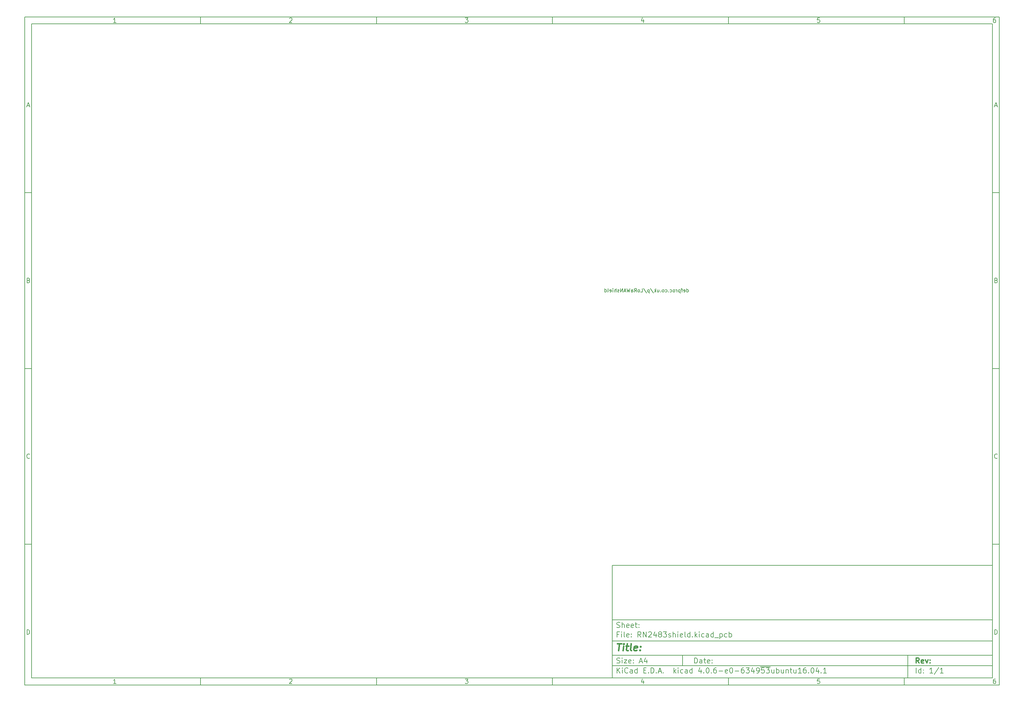
<source format=gbo>
%TF.GenerationSoftware,KiCad,Pcbnew,4.0.6-e0-6349~53~ubuntu16.04.1*%
%TF.CreationDate,2017-06-05T20:25:56+01:00*%
%TF.ProjectId,RN2483shield,524E32343833736869656C642E6B6963,rev?*%
%TF.FileFunction,Legend,Bot*%
%FSLAX46Y46*%
G04 Gerber Fmt 4.6, Leading zero omitted, Abs format (unit mm)*
G04 Created by KiCad (PCBNEW 4.0.6-e0-6349~53~ubuntu16.04.1) date Mon Jun  5 20:25:56 2017*
%MOMM*%
%LPD*%
G01*
G04 APERTURE LIST*
%ADD10C,0.100000*%
%ADD11C,0.150000*%
%ADD12C,0.300000*%
%ADD13C,0.400000*%
%ADD14C,0.200000*%
%ADD15R,2.150000X2.050000*%
%ADD16C,2.150000*%
%ADD17O,1.924000X2.940000*%
%ADD18C,3.575000*%
%ADD19C,1.400000*%
%ADD20R,5.480000X2.686000*%
%ADD21C,1.924000*%
G04 APERTURE END LIST*
D10*
D11*
X177002200Y-166007200D02*
X177002200Y-198007200D01*
X285002200Y-198007200D01*
X285002200Y-166007200D01*
X177002200Y-166007200D01*
D10*
D11*
X10000000Y-10000000D02*
X10000000Y-200007200D01*
X287002200Y-200007200D01*
X287002200Y-10000000D01*
X10000000Y-10000000D01*
D10*
D11*
X12000000Y-12000000D02*
X12000000Y-198007200D01*
X285002200Y-198007200D01*
X285002200Y-12000000D01*
X12000000Y-12000000D01*
D10*
D11*
X60000000Y-12000000D02*
X60000000Y-10000000D01*
D10*
D11*
X110000000Y-12000000D02*
X110000000Y-10000000D01*
D10*
D11*
X160000000Y-12000000D02*
X160000000Y-10000000D01*
D10*
D11*
X210000000Y-12000000D02*
X210000000Y-10000000D01*
D10*
D11*
X260000000Y-12000000D02*
X260000000Y-10000000D01*
D10*
D11*
X35990476Y-11588095D02*
X35247619Y-11588095D01*
X35619048Y-11588095D02*
X35619048Y-10288095D01*
X35495238Y-10473810D01*
X35371429Y-10597619D01*
X35247619Y-10659524D01*
D10*
D11*
X85247619Y-10411905D02*
X85309524Y-10350000D01*
X85433333Y-10288095D01*
X85742857Y-10288095D01*
X85866667Y-10350000D01*
X85928571Y-10411905D01*
X85990476Y-10535714D01*
X85990476Y-10659524D01*
X85928571Y-10845238D01*
X85185714Y-11588095D01*
X85990476Y-11588095D01*
D10*
D11*
X135185714Y-10288095D02*
X135990476Y-10288095D01*
X135557143Y-10783333D01*
X135742857Y-10783333D01*
X135866667Y-10845238D01*
X135928571Y-10907143D01*
X135990476Y-11030952D01*
X135990476Y-11340476D01*
X135928571Y-11464286D01*
X135866667Y-11526190D01*
X135742857Y-11588095D01*
X135371429Y-11588095D01*
X135247619Y-11526190D01*
X135185714Y-11464286D01*
D10*
D11*
X185866667Y-10721429D02*
X185866667Y-11588095D01*
X185557143Y-10226190D02*
X185247619Y-11154762D01*
X186052381Y-11154762D01*
D10*
D11*
X235928571Y-10288095D02*
X235309524Y-10288095D01*
X235247619Y-10907143D01*
X235309524Y-10845238D01*
X235433333Y-10783333D01*
X235742857Y-10783333D01*
X235866667Y-10845238D01*
X235928571Y-10907143D01*
X235990476Y-11030952D01*
X235990476Y-11340476D01*
X235928571Y-11464286D01*
X235866667Y-11526190D01*
X235742857Y-11588095D01*
X235433333Y-11588095D01*
X235309524Y-11526190D01*
X235247619Y-11464286D01*
D10*
D11*
X285866667Y-10288095D02*
X285619048Y-10288095D01*
X285495238Y-10350000D01*
X285433333Y-10411905D01*
X285309524Y-10597619D01*
X285247619Y-10845238D01*
X285247619Y-11340476D01*
X285309524Y-11464286D01*
X285371429Y-11526190D01*
X285495238Y-11588095D01*
X285742857Y-11588095D01*
X285866667Y-11526190D01*
X285928571Y-11464286D01*
X285990476Y-11340476D01*
X285990476Y-11030952D01*
X285928571Y-10907143D01*
X285866667Y-10845238D01*
X285742857Y-10783333D01*
X285495238Y-10783333D01*
X285371429Y-10845238D01*
X285309524Y-10907143D01*
X285247619Y-11030952D01*
D10*
D11*
X60000000Y-198007200D02*
X60000000Y-200007200D01*
D10*
D11*
X110000000Y-198007200D02*
X110000000Y-200007200D01*
D10*
D11*
X160000000Y-198007200D02*
X160000000Y-200007200D01*
D10*
D11*
X210000000Y-198007200D02*
X210000000Y-200007200D01*
D10*
D11*
X260000000Y-198007200D02*
X260000000Y-200007200D01*
D10*
D11*
X35990476Y-199595295D02*
X35247619Y-199595295D01*
X35619048Y-199595295D02*
X35619048Y-198295295D01*
X35495238Y-198481010D01*
X35371429Y-198604819D01*
X35247619Y-198666724D01*
D10*
D11*
X85247619Y-198419105D02*
X85309524Y-198357200D01*
X85433333Y-198295295D01*
X85742857Y-198295295D01*
X85866667Y-198357200D01*
X85928571Y-198419105D01*
X85990476Y-198542914D01*
X85990476Y-198666724D01*
X85928571Y-198852438D01*
X85185714Y-199595295D01*
X85990476Y-199595295D01*
D10*
D11*
X135185714Y-198295295D02*
X135990476Y-198295295D01*
X135557143Y-198790533D01*
X135742857Y-198790533D01*
X135866667Y-198852438D01*
X135928571Y-198914343D01*
X135990476Y-199038152D01*
X135990476Y-199347676D01*
X135928571Y-199471486D01*
X135866667Y-199533390D01*
X135742857Y-199595295D01*
X135371429Y-199595295D01*
X135247619Y-199533390D01*
X135185714Y-199471486D01*
D10*
D11*
X185866667Y-198728629D02*
X185866667Y-199595295D01*
X185557143Y-198233390D02*
X185247619Y-199161962D01*
X186052381Y-199161962D01*
D10*
D11*
X235928571Y-198295295D02*
X235309524Y-198295295D01*
X235247619Y-198914343D01*
X235309524Y-198852438D01*
X235433333Y-198790533D01*
X235742857Y-198790533D01*
X235866667Y-198852438D01*
X235928571Y-198914343D01*
X235990476Y-199038152D01*
X235990476Y-199347676D01*
X235928571Y-199471486D01*
X235866667Y-199533390D01*
X235742857Y-199595295D01*
X235433333Y-199595295D01*
X235309524Y-199533390D01*
X235247619Y-199471486D01*
D10*
D11*
X285866667Y-198295295D02*
X285619048Y-198295295D01*
X285495238Y-198357200D01*
X285433333Y-198419105D01*
X285309524Y-198604819D01*
X285247619Y-198852438D01*
X285247619Y-199347676D01*
X285309524Y-199471486D01*
X285371429Y-199533390D01*
X285495238Y-199595295D01*
X285742857Y-199595295D01*
X285866667Y-199533390D01*
X285928571Y-199471486D01*
X285990476Y-199347676D01*
X285990476Y-199038152D01*
X285928571Y-198914343D01*
X285866667Y-198852438D01*
X285742857Y-198790533D01*
X285495238Y-198790533D01*
X285371429Y-198852438D01*
X285309524Y-198914343D01*
X285247619Y-199038152D01*
D10*
D11*
X10000000Y-60000000D02*
X12000000Y-60000000D01*
D10*
D11*
X10000000Y-110000000D02*
X12000000Y-110000000D01*
D10*
D11*
X10000000Y-160000000D02*
X12000000Y-160000000D01*
D10*
D11*
X10690476Y-35216667D02*
X11309524Y-35216667D01*
X10566667Y-35588095D02*
X11000000Y-34288095D01*
X11433333Y-35588095D01*
D10*
D11*
X11092857Y-84907143D02*
X11278571Y-84969048D01*
X11340476Y-85030952D01*
X11402381Y-85154762D01*
X11402381Y-85340476D01*
X11340476Y-85464286D01*
X11278571Y-85526190D01*
X11154762Y-85588095D01*
X10659524Y-85588095D01*
X10659524Y-84288095D01*
X11092857Y-84288095D01*
X11216667Y-84350000D01*
X11278571Y-84411905D01*
X11340476Y-84535714D01*
X11340476Y-84659524D01*
X11278571Y-84783333D01*
X11216667Y-84845238D01*
X11092857Y-84907143D01*
X10659524Y-84907143D01*
D10*
D11*
X11402381Y-135464286D02*
X11340476Y-135526190D01*
X11154762Y-135588095D01*
X11030952Y-135588095D01*
X10845238Y-135526190D01*
X10721429Y-135402381D01*
X10659524Y-135278571D01*
X10597619Y-135030952D01*
X10597619Y-134845238D01*
X10659524Y-134597619D01*
X10721429Y-134473810D01*
X10845238Y-134350000D01*
X11030952Y-134288095D01*
X11154762Y-134288095D01*
X11340476Y-134350000D01*
X11402381Y-134411905D01*
D10*
D11*
X10659524Y-185588095D02*
X10659524Y-184288095D01*
X10969048Y-184288095D01*
X11154762Y-184350000D01*
X11278571Y-184473810D01*
X11340476Y-184597619D01*
X11402381Y-184845238D01*
X11402381Y-185030952D01*
X11340476Y-185278571D01*
X11278571Y-185402381D01*
X11154762Y-185526190D01*
X10969048Y-185588095D01*
X10659524Y-185588095D01*
D10*
D11*
X287002200Y-60000000D02*
X285002200Y-60000000D01*
D10*
D11*
X287002200Y-110000000D02*
X285002200Y-110000000D01*
D10*
D11*
X287002200Y-160000000D02*
X285002200Y-160000000D01*
D10*
D11*
X285692676Y-35216667D02*
X286311724Y-35216667D01*
X285568867Y-35588095D02*
X286002200Y-34288095D01*
X286435533Y-35588095D01*
D10*
D11*
X286095057Y-84907143D02*
X286280771Y-84969048D01*
X286342676Y-85030952D01*
X286404581Y-85154762D01*
X286404581Y-85340476D01*
X286342676Y-85464286D01*
X286280771Y-85526190D01*
X286156962Y-85588095D01*
X285661724Y-85588095D01*
X285661724Y-84288095D01*
X286095057Y-84288095D01*
X286218867Y-84350000D01*
X286280771Y-84411905D01*
X286342676Y-84535714D01*
X286342676Y-84659524D01*
X286280771Y-84783333D01*
X286218867Y-84845238D01*
X286095057Y-84907143D01*
X285661724Y-84907143D01*
D10*
D11*
X286404581Y-135464286D02*
X286342676Y-135526190D01*
X286156962Y-135588095D01*
X286033152Y-135588095D01*
X285847438Y-135526190D01*
X285723629Y-135402381D01*
X285661724Y-135278571D01*
X285599819Y-135030952D01*
X285599819Y-134845238D01*
X285661724Y-134597619D01*
X285723629Y-134473810D01*
X285847438Y-134350000D01*
X286033152Y-134288095D01*
X286156962Y-134288095D01*
X286342676Y-134350000D01*
X286404581Y-134411905D01*
D10*
D11*
X285661724Y-185588095D02*
X285661724Y-184288095D01*
X285971248Y-184288095D01*
X286156962Y-184350000D01*
X286280771Y-184473810D01*
X286342676Y-184597619D01*
X286404581Y-184845238D01*
X286404581Y-185030952D01*
X286342676Y-185278571D01*
X286280771Y-185402381D01*
X286156962Y-185526190D01*
X285971248Y-185588095D01*
X285661724Y-185588095D01*
D10*
D11*
X200359343Y-193785771D02*
X200359343Y-192285771D01*
X200716486Y-192285771D01*
X200930771Y-192357200D01*
X201073629Y-192500057D01*
X201145057Y-192642914D01*
X201216486Y-192928629D01*
X201216486Y-193142914D01*
X201145057Y-193428629D01*
X201073629Y-193571486D01*
X200930771Y-193714343D01*
X200716486Y-193785771D01*
X200359343Y-193785771D01*
X202502200Y-193785771D02*
X202502200Y-193000057D01*
X202430771Y-192857200D01*
X202287914Y-192785771D01*
X202002200Y-192785771D01*
X201859343Y-192857200D01*
X202502200Y-193714343D02*
X202359343Y-193785771D01*
X202002200Y-193785771D01*
X201859343Y-193714343D01*
X201787914Y-193571486D01*
X201787914Y-193428629D01*
X201859343Y-193285771D01*
X202002200Y-193214343D01*
X202359343Y-193214343D01*
X202502200Y-193142914D01*
X203002200Y-192785771D02*
X203573629Y-192785771D01*
X203216486Y-192285771D02*
X203216486Y-193571486D01*
X203287914Y-193714343D01*
X203430772Y-193785771D01*
X203573629Y-193785771D01*
X204645057Y-193714343D02*
X204502200Y-193785771D01*
X204216486Y-193785771D01*
X204073629Y-193714343D01*
X204002200Y-193571486D01*
X204002200Y-193000057D01*
X204073629Y-192857200D01*
X204216486Y-192785771D01*
X204502200Y-192785771D01*
X204645057Y-192857200D01*
X204716486Y-193000057D01*
X204716486Y-193142914D01*
X204002200Y-193285771D01*
X205359343Y-193642914D02*
X205430771Y-193714343D01*
X205359343Y-193785771D01*
X205287914Y-193714343D01*
X205359343Y-193642914D01*
X205359343Y-193785771D01*
X205359343Y-192857200D02*
X205430771Y-192928629D01*
X205359343Y-193000057D01*
X205287914Y-192928629D01*
X205359343Y-192857200D01*
X205359343Y-193000057D01*
D10*
D11*
X177002200Y-194507200D02*
X285002200Y-194507200D01*
D10*
D11*
X178359343Y-196585771D02*
X178359343Y-195085771D01*
X179216486Y-196585771D02*
X178573629Y-195728629D01*
X179216486Y-195085771D02*
X178359343Y-195942914D01*
X179859343Y-196585771D02*
X179859343Y-195585771D01*
X179859343Y-195085771D02*
X179787914Y-195157200D01*
X179859343Y-195228629D01*
X179930771Y-195157200D01*
X179859343Y-195085771D01*
X179859343Y-195228629D01*
X181430772Y-196442914D02*
X181359343Y-196514343D01*
X181145057Y-196585771D01*
X181002200Y-196585771D01*
X180787915Y-196514343D01*
X180645057Y-196371486D01*
X180573629Y-196228629D01*
X180502200Y-195942914D01*
X180502200Y-195728629D01*
X180573629Y-195442914D01*
X180645057Y-195300057D01*
X180787915Y-195157200D01*
X181002200Y-195085771D01*
X181145057Y-195085771D01*
X181359343Y-195157200D01*
X181430772Y-195228629D01*
X182716486Y-196585771D02*
X182716486Y-195800057D01*
X182645057Y-195657200D01*
X182502200Y-195585771D01*
X182216486Y-195585771D01*
X182073629Y-195657200D01*
X182716486Y-196514343D02*
X182573629Y-196585771D01*
X182216486Y-196585771D01*
X182073629Y-196514343D01*
X182002200Y-196371486D01*
X182002200Y-196228629D01*
X182073629Y-196085771D01*
X182216486Y-196014343D01*
X182573629Y-196014343D01*
X182716486Y-195942914D01*
X184073629Y-196585771D02*
X184073629Y-195085771D01*
X184073629Y-196514343D02*
X183930772Y-196585771D01*
X183645058Y-196585771D01*
X183502200Y-196514343D01*
X183430772Y-196442914D01*
X183359343Y-196300057D01*
X183359343Y-195871486D01*
X183430772Y-195728629D01*
X183502200Y-195657200D01*
X183645058Y-195585771D01*
X183930772Y-195585771D01*
X184073629Y-195657200D01*
X185930772Y-195800057D02*
X186430772Y-195800057D01*
X186645058Y-196585771D02*
X185930772Y-196585771D01*
X185930772Y-195085771D01*
X186645058Y-195085771D01*
X187287915Y-196442914D02*
X187359343Y-196514343D01*
X187287915Y-196585771D01*
X187216486Y-196514343D01*
X187287915Y-196442914D01*
X187287915Y-196585771D01*
X188002201Y-196585771D02*
X188002201Y-195085771D01*
X188359344Y-195085771D01*
X188573629Y-195157200D01*
X188716487Y-195300057D01*
X188787915Y-195442914D01*
X188859344Y-195728629D01*
X188859344Y-195942914D01*
X188787915Y-196228629D01*
X188716487Y-196371486D01*
X188573629Y-196514343D01*
X188359344Y-196585771D01*
X188002201Y-196585771D01*
X189502201Y-196442914D02*
X189573629Y-196514343D01*
X189502201Y-196585771D01*
X189430772Y-196514343D01*
X189502201Y-196442914D01*
X189502201Y-196585771D01*
X190145058Y-196157200D02*
X190859344Y-196157200D01*
X190002201Y-196585771D02*
X190502201Y-195085771D01*
X191002201Y-196585771D01*
X191502201Y-196442914D02*
X191573629Y-196514343D01*
X191502201Y-196585771D01*
X191430772Y-196514343D01*
X191502201Y-196442914D01*
X191502201Y-196585771D01*
X194502201Y-196585771D02*
X194502201Y-195085771D01*
X194645058Y-196014343D02*
X195073629Y-196585771D01*
X195073629Y-195585771D02*
X194502201Y-196157200D01*
X195716487Y-196585771D02*
X195716487Y-195585771D01*
X195716487Y-195085771D02*
X195645058Y-195157200D01*
X195716487Y-195228629D01*
X195787915Y-195157200D01*
X195716487Y-195085771D01*
X195716487Y-195228629D01*
X197073630Y-196514343D02*
X196930773Y-196585771D01*
X196645059Y-196585771D01*
X196502201Y-196514343D01*
X196430773Y-196442914D01*
X196359344Y-196300057D01*
X196359344Y-195871486D01*
X196430773Y-195728629D01*
X196502201Y-195657200D01*
X196645059Y-195585771D01*
X196930773Y-195585771D01*
X197073630Y-195657200D01*
X198359344Y-196585771D02*
X198359344Y-195800057D01*
X198287915Y-195657200D01*
X198145058Y-195585771D01*
X197859344Y-195585771D01*
X197716487Y-195657200D01*
X198359344Y-196514343D02*
X198216487Y-196585771D01*
X197859344Y-196585771D01*
X197716487Y-196514343D01*
X197645058Y-196371486D01*
X197645058Y-196228629D01*
X197716487Y-196085771D01*
X197859344Y-196014343D01*
X198216487Y-196014343D01*
X198359344Y-195942914D01*
X199716487Y-196585771D02*
X199716487Y-195085771D01*
X199716487Y-196514343D02*
X199573630Y-196585771D01*
X199287916Y-196585771D01*
X199145058Y-196514343D01*
X199073630Y-196442914D01*
X199002201Y-196300057D01*
X199002201Y-195871486D01*
X199073630Y-195728629D01*
X199145058Y-195657200D01*
X199287916Y-195585771D01*
X199573630Y-195585771D01*
X199716487Y-195657200D01*
X202216487Y-195585771D02*
X202216487Y-196585771D01*
X201859344Y-195014343D02*
X201502201Y-196085771D01*
X202430773Y-196085771D01*
X203002201Y-196442914D02*
X203073629Y-196514343D01*
X203002201Y-196585771D01*
X202930772Y-196514343D01*
X203002201Y-196442914D01*
X203002201Y-196585771D01*
X204002201Y-195085771D02*
X204145058Y-195085771D01*
X204287915Y-195157200D01*
X204359344Y-195228629D01*
X204430773Y-195371486D01*
X204502201Y-195657200D01*
X204502201Y-196014343D01*
X204430773Y-196300057D01*
X204359344Y-196442914D01*
X204287915Y-196514343D01*
X204145058Y-196585771D01*
X204002201Y-196585771D01*
X203859344Y-196514343D01*
X203787915Y-196442914D01*
X203716487Y-196300057D01*
X203645058Y-196014343D01*
X203645058Y-195657200D01*
X203716487Y-195371486D01*
X203787915Y-195228629D01*
X203859344Y-195157200D01*
X204002201Y-195085771D01*
X205145058Y-196442914D02*
X205216486Y-196514343D01*
X205145058Y-196585771D01*
X205073629Y-196514343D01*
X205145058Y-196442914D01*
X205145058Y-196585771D01*
X206502201Y-195085771D02*
X206216487Y-195085771D01*
X206073630Y-195157200D01*
X206002201Y-195228629D01*
X205859344Y-195442914D01*
X205787915Y-195728629D01*
X205787915Y-196300057D01*
X205859344Y-196442914D01*
X205930772Y-196514343D01*
X206073630Y-196585771D01*
X206359344Y-196585771D01*
X206502201Y-196514343D01*
X206573630Y-196442914D01*
X206645058Y-196300057D01*
X206645058Y-195942914D01*
X206573630Y-195800057D01*
X206502201Y-195728629D01*
X206359344Y-195657200D01*
X206073630Y-195657200D01*
X205930772Y-195728629D01*
X205859344Y-195800057D01*
X205787915Y-195942914D01*
X207287915Y-196014343D02*
X208430772Y-196014343D01*
X209716486Y-196514343D02*
X209573629Y-196585771D01*
X209287915Y-196585771D01*
X209145058Y-196514343D01*
X209073629Y-196371486D01*
X209073629Y-195800057D01*
X209145058Y-195657200D01*
X209287915Y-195585771D01*
X209573629Y-195585771D01*
X209716486Y-195657200D01*
X209787915Y-195800057D01*
X209787915Y-195942914D01*
X209073629Y-196085771D01*
X210716486Y-195085771D02*
X210859343Y-195085771D01*
X211002200Y-195157200D01*
X211073629Y-195228629D01*
X211145058Y-195371486D01*
X211216486Y-195657200D01*
X211216486Y-196014343D01*
X211145058Y-196300057D01*
X211073629Y-196442914D01*
X211002200Y-196514343D01*
X210859343Y-196585771D01*
X210716486Y-196585771D01*
X210573629Y-196514343D01*
X210502200Y-196442914D01*
X210430772Y-196300057D01*
X210359343Y-196014343D01*
X210359343Y-195657200D01*
X210430772Y-195371486D01*
X210502200Y-195228629D01*
X210573629Y-195157200D01*
X210716486Y-195085771D01*
X211859343Y-196014343D02*
X213002200Y-196014343D01*
X214359343Y-195085771D02*
X214073629Y-195085771D01*
X213930772Y-195157200D01*
X213859343Y-195228629D01*
X213716486Y-195442914D01*
X213645057Y-195728629D01*
X213645057Y-196300057D01*
X213716486Y-196442914D01*
X213787914Y-196514343D01*
X213930772Y-196585771D01*
X214216486Y-196585771D01*
X214359343Y-196514343D01*
X214430772Y-196442914D01*
X214502200Y-196300057D01*
X214502200Y-195942914D01*
X214430772Y-195800057D01*
X214359343Y-195728629D01*
X214216486Y-195657200D01*
X213930772Y-195657200D01*
X213787914Y-195728629D01*
X213716486Y-195800057D01*
X213645057Y-195942914D01*
X215002200Y-195085771D02*
X215930771Y-195085771D01*
X215430771Y-195657200D01*
X215645057Y-195657200D01*
X215787914Y-195728629D01*
X215859343Y-195800057D01*
X215930771Y-195942914D01*
X215930771Y-196300057D01*
X215859343Y-196442914D01*
X215787914Y-196514343D01*
X215645057Y-196585771D01*
X215216485Y-196585771D01*
X215073628Y-196514343D01*
X215002200Y-196442914D01*
X217216485Y-195585771D02*
X217216485Y-196585771D01*
X216859342Y-195014343D02*
X216502199Y-196085771D01*
X217430771Y-196085771D01*
X218073627Y-196585771D02*
X218359342Y-196585771D01*
X218502199Y-196514343D01*
X218573627Y-196442914D01*
X218716485Y-196228629D01*
X218787913Y-195942914D01*
X218787913Y-195371486D01*
X218716485Y-195228629D01*
X218645056Y-195157200D01*
X218502199Y-195085771D01*
X218216485Y-195085771D01*
X218073627Y-195157200D01*
X218002199Y-195228629D01*
X217930770Y-195371486D01*
X217930770Y-195728629D01*
X218002199Y-195871486D01*
X218073627Y-195942914D01*
X218216485Y-196014343D01*
X218502199Y-196014343D01*
X218645056Y-195942914D01*
X218716485Y-195871486D01*
X218787913Y-195728629D01*
X220145056Y-195085771D02*
X219430770Y-195085771D01*
X219359341Y-195800057D01*
X219430770Y-195728629D01*
X219573627Y-195657200D01*
X219930770Y-195657200D01*
X220073627Y-195728629D01*
X220145056Y-195800057D01*
X220216484Y-195942914D01*
X220216484Y-196300057D01*
X220145056Y-196442914D01*
X220073627Y-196514343D01*
X219930770Y-196585771D01*
X219573627Y-196585771D01*
X219430770Y-196514343D01*
X219359341Y-196442914D01*
X220716484Y-195085771D02*
X221645055Y-195085771D01*
X221145055Y-195657200D01*
X221359341Y-195657200D01*
X221502198Y-195728629D01*
X221573627Y-195800057D01*
X221645055Y-195942914D01*
X221645055Y-196300057D01*
X221573627Y-196442914D01*
X221502198Y-196514343D01*
X221359341Y-196585771D01*
X220930769Y-196585771D01*
X220787912Y-196514343D01*
X220716484Y-196442914D01*
X219073627Y-194827200D02*
X221930769Y-194827200D01*
X222930769Y-195585771D02*
X222930769Y-196585771D01*
X222287912Y-195585771D02*
X222287912Y-196371486D01*
X222359340Y-196514343D01*
X222502198Y-196585771D01*
X222716483Y-196585771D01*
X222859340Y-196514343D01*
X222930769Y-196442914D01*
X223645055Y-196585771D02*
X223645055Y-195085771D01*
X223645055Y-195657200D02*
X223787912Y-195585771D01*
X224073626Y-195585771D01*
X224216483Y-195657200D01*
X224287912Y-195728629D01*
X224359341Y-195871486D01*
X224359341Y-196300057D01*
X224287912Y-196442914D01*
X224216483Y-196514343D01*
X224073626Y-196585771D01*
X223787912Y-196585771D01*
X223645055Y-196514343D01*
X225645055Y-195585771D02*
X225645055Y-196585771D01*
X225002198Y-195585771D02*
X225002198Y-196371486D01*
X225073626Y-196514343D01*
X225216484Y-196585771D01*
X225430769Y-196585771D01*
X225573626Y-196514343D01*
X225645055Y-196442914D01*
X226359341Y-195585771D02*
X226359341Y-196585771D01*
X226359341Y-195728629D02*
X226430769Y-195657200D01*
X226573627Y-195585771D01*
X226787912Y-195585771D01*
X226930769Y-195657200D01*
X227002198Y-195800057D01*
X227002198Y-196585771D01*
X227502198Y-195585771D02*
X228073627Y-195585771D01*
X227716484Y-195085771D02*
X227716484Y-196371486D01*
X227787912Y-196514343D01*
X227930770Y-196585771D01*
X228073627Y-196585771D01*
X229216484Y-195585771D02*
X229216484Y-196585771D01*
X228573627Y-195585771D02*
X228573627Y-196371486D01*
X228645055Y-196514343D01*
X228787913Y-196585771D01*
X229002198Y-196585771D01*
X229145055Y-196514343D01*
X229216484Y-196442914D01*
X230716484Y-196585771D02*
X229859341Y-196585771D01*
X230287913Y-196585771D02*
X230287913Y-195085771D01*
X230145056Y-195300057D01*
X230002198Y-195442914D01*
X229859341Y-195514343D01*
X232002198Y-195085771D02*
X231716484Y-195085771D01*
X231573627Y-195157200D01*
X231502198Y-195228629D01*
X231359341Y-195442914D01*
X231287912Y-195728629D01*
X231287912Y-196300057D01*
X231359341Y-196442914D01*
X231430769Y-196514343D01*
X231573627Y-196585771D01*
X231859341Y-196585771D01*
X232002198Y-196514343D01*
X232073627Y-196442914D01*
X232145055Y-196300057D01*
X232145055Y-195942914D01*
X232073627Y-195800057D01*
X232002198Y-195728629D01*
X231859341Y-195657200D01*
X231573627Y-195657200D01*
X231430769Y-195728629D01*
X231359341Y-195800057D01*
X231287912Y-195942914D01*
X232787912Y-196442914D02*
X232859340Y-196514343D01*
X232787912Y-196585771D01*
X232716483Y-196514343D01*
X232787912Y-196442914D01*
X232787912Y-196585771D01*
X233787912Y-195085771D02*
X233930769Y-195085771D01*
X234073626Y-195157200D01*
X234145055Y-195228629D01*
X234216484Y-195371486D01*
X234287912Y-195657200D01*
X234287912Y-196014343D01*
X234216484Y-196300057D01*
X234145055Y-196442914D01*
X234073626Y-196514343D01*
X233930769Y-196585771D01*
X233787912Y-196585771D01*
X233645055Y-196514343D01*
X233573626Y-196442914D01*
X233502198Y-196300057D01*
X233430769Y-196014343D01*
X233430769Y-195657200D01*
X233502198Y-195371486D01*
X233573626Y-195228629D01*
X233645055Y-195157200D01*
X233787912Y-195085771D01*
X235573626Y-195585771D02*
X235573626Y-196585771D01*
X235216483Y-195014343D02*
X234859340Y-196085771D01*
X235787912Y-196085771D01*
X236359340Y-196442914D02*
X236430768Y-196514343D01*
X236359340Y-196585771D01*
X236287911Y-196514343D01*
X236359340Y-196442914D01*
X236359340Y-196585771D01*
X237859340Y-196585771D02*
X237002197Y-196585771D01*
X237430769Y-196585771D02*
X237430769Y-195085771D01*
X237287912Y-195300057D01*
X237145054Y-195442914D01*
X237002197Y-195514343D01*
D10*
D11*
X177002200Y-191507200D02*
X285002200Y-191507200D01*
D10*
D12*
X264216486Y-193785771D02*
X263716486Y-193071486D01*
X263359343Y-193785771D02*
X263359343Y-192285771D01*
X263930771Y-192285771D01*
X264073629Y-192357200D01*
X264145057Y-192428629D01*
X264216486Y-192571486D01*
X264216486Y-192785771D01*
X264145057Y-192928629D01*
X264073629Y-193000057D01*
X263930771Y-193071486D01*
X263359343Y-193071486D01*
X265430771Y-193714343D02*
X265287914Y-193785771D01*
X265002200Y-193785771D01*
X264859343Y-193714343D01*
X264787914Y-193571486D01*
X264787914Y-193000057D01*
X264859343Y-192857200D01*
X265002200Y-192785771D01*
X265287914Y-192785771D01*
X265430771Y-192857200D01*
X265502200Y-193000057D01*
X265502200Y-193142914D01*
X264787914Y-193285771D01*
X266002200Y-192785771D02*
X266359343Y-193785771D01*
X266716485Y-192785771D01*
X267287914Y-193642914D02*
X267359342Y-193714343D01*
X267287914Y-193785771D01*
X267216485Y-193714343D01*
X267287914Y-193642914D01*
X267287914Y-193785771D01*
X267287914Y-192857200D02*
X267359342Y-192928629D01*
X267287914Y-193000057D01*
X267216485Y-192928629D01*
X267287914Y-192857200D01*
X267287914Y-193000057D01*
D10*
D11*
X178287914Y-193714343D02*
X178502200Y-193785771D01*
X178859343Y-193785771D01*
X179002200Y-193714343D01*
X179073629Y-193642914D01*
X179145057Y-193500057D01*
X179145057Y-193357200D01*
X179073629Y-193214343D01*
X179002200Y-193142914D01*
X178859343Y-193071486D01*
X178573629Y-193000057D01*
X178430771Y-192928629D01*
X178359343Y-192857200D01*
X178287914Y-192714343D01*
X178287914Y-192571486D01*
X178359343Y-192428629D01*
X178430771Y-192357200D01*
X178573629Y-192285771D01*
X178930771Y-192285771D01*
X179145057Y-192357200D01*
X179787914Y-193785771D02*
X179787914Y-192785771D01*
X179787914Y-192285771D02*
X179716485Y-192357200D01*
X179787914Y-192428629D01*
X179859342Y-192357200D01*
X179787914Y-192285771D01*
X179787914Y-192428629D01*
X180359343Y-192785771D02*
X181145057Y-192785771D01*
X180359343Y-193785771D01*
X181145057Y-193785771D01*
X182287914Y-193714343D02*
X182145057Y-193785771D01*
X181859343Y-193785771D01*
X181716486Y-193714343D01*
X181645057Y-193571486D01*
X181645057Y-193000057D01*
X181716486Y-192857200D01*
X181859343Y-192785771D01*
X182145057Y-192785771D01*
X182287914Y-192857200D01*
X182359343Y-193000057D01*
X182359343Y-193142914D01*
X181645057Y-193285771D01*
X183002200Y-193642914D02*
X183073628Y-193714343D01*
X183002200Y-193785771D01*
X182930771Y-193714343D01*
X183002200Y-193642914D01*
X183002200Y-193785771D01*
X183002200Y-192857200D02*
X183073628Y-192928629D01*
X183002200Y-193000057D01*
X182930771Y-192928629D01*
X183002200Y-192857200D01*
X183002200Y-193000057D01*
X184787914Y-193357200D02*
X185502200Y-193357200D01*
X184645057Y-193785771D02*
X185145057Y-192285771D01*
X185645057Y-193785771D01*
X186787914Y-192785771D02*
X186787914Y-193785771D01*
X186430771Y-192214343D02*
X186073628Y-193285771D01*
X187002200Y-193285771D01*
D10*
D11*
X263359343Y-196585771D02*
X263359343Y-195085771D01*
X264716486Y-196585771D02*
X264716486Y-195085771D01*
X264716486Y-196514343D02*
X264573629Y-196585771D01*
X264287915Y-196585771D01*
X264145057Y-196514343D01*
X264073629Y-196442914D01*
X264002200Y-196300057D01*
X264002200Y-195871486D01*
X264073629Y-195728629D01*
X264145057Y-195657200D01*
X264287915Y-195585771D01*
X264573629Y-195585771D01*
X264716486Y-195657200D01*
X265430772Y-196442914D02*
X265502200Y-196514343D01*
X265430772Y-196585771D01*
X265359343Y-196514343D01*
X265430772Y-196442914D01*
X265430772Y-196585771D01*
X265430772Y-195657200D02*
X265502200Y-195728629D01*
X265430772Y-195800057D01*
X265359343Y-195728629D01*
X265430772Y-195657200D01*
X265430772Y-195800057D01*
X268073629Y-196585771D02*
X267216486Y-196585771D01*
X267645058Y-196585771D02*
X267645058Y-195085771D01*
X267502201Y-195300057D01*
X267359343Y-195442914D01*
X267216486Y-195514343D01*
X269787914Y-195014343D02*
X268502200Y-196942914D01*
X271073629Y-196585771D02*
X270216486Y-196585771D01*
X270645058Y-196585771D02*
X270645058Y-195085771D01*
X270502201Y-195300057D01*
X270359343Y-195442914D01*
X270216486Y-195514343D01*
D10*
D11*
X177002200Y-187507200D02*
X285002200Y-187507200D01*
D10*
D13*
X178454581Y-188211962D02*
X179597438Y-188211962D01*
X178776010Y-190211962D02*
X179026010Y-188211962D01*
X180014105Y-190211962D02*
X180180771Y-188878629D01*
X180264105Y-188211962D02*
X180156962Y-188307200D01*
X180240295Y-188402438D01*
X180347439Y-188307200D01*
X180264105Y-188211962D01*
X180240295Y-188402438D01*
X180847438Y-188878629D02*
X181609343Y-188878629D01*
X181216486Y-188211962D02*
X181002200Y-189926248D01*
X181073630Y-190116724D01*
X181252201Y-190211962D01*
X181442677Y-190211962D01*
X182395058Y-190211962D02*
X182216487Y-190116724D01*
X182145057Y-189926248D01*
X182359343Y-188211962D01*
X183930772Y-190116724D02*
X183728391Y-190211962D01*
X183347439Y-190211962D01*
X183168867Y-190116724D01*
X183097438Y-189926248D01*
X183192676Y-189164343D01*
X183311724Y-188973867D01*
X183514105Y-188878629D01*
X183895057Y-188878629D01*
X184073629Y-188973867D01*
X184145057Y-189164343D01*
X184121248Y-189354819D01*
X183145057Y-189545295D01*
X184895057Y-190021486D02*
X184978392Y-190116724D01*
X184871248Y-190211962D01*
X184787915Y-190116724D01*
X184895057Y-190021486D01*
X184871248Y-190211962D01*
X185026010Y-188973867D02*
X185109344Y-189069105D01*
X185002200Y-189164343D01*
X184918867Y-189069105D01*
X185026010Y-188973867D01*
X185002200Y-189164343D01*
D10*
D11*
X178859343Y-185600057D02*
X178359343Y-185600057D01*
X178359343Y-186385771D02*
X178359343Y-184885771D01*
X179073629Y-184885771D01*
X179645057Y-186385771D02*
X179645057Y-185385771D01*
X179645057Y-184885771D02*
X179573628Y-184957200D01*
X179645057Y-185028629D01*
X179716485Y-184957200D01*
X179645057Y-184885771D01*
X179645057Y-185028629D01*
X180573629Y-186385771D02*
X180430771Y-186314343D01*
X180359343Y-186171486D01*
X180359343Y-184885771D01*
X181716485Y-186314343D02*
X181573628Y-186385771D01*
X181287914Y-186385771D01*
X181145057Y-186314343D01*
X181073628Y-186171486D01*
X181073628Y-185600057D01*
X181145057Y-185457200D01*
X181287914Y-185385771D01*
X181573628Y-185385771D01*
X181716485Y-185457200D01*
X181787914Y-185600057D01*
X181787914Y-185742914D01*
X181073628Y-185885771D01*
X182430771Y-186242914D02*
X182502199Y-186314343D01*
X182430771Y-186385771D01*
X182359342Y-186314343D01*
X182430771Y-186242914D01*
X182430771Y-186385771D01*
X182430771Y-185457200D02*
X182502199Y-185528629D01*
X182430771Y-185600057D01*
X182359342Y-185528629D01*
X182430771Y-185457200D01*
X182430771Y-185600057D01*
X185145057Y-186385771D02*
X184645057Y-185671486D01*
X184287914Y-186385771D02*
X184287914Y-184885771D01*
X184859342Y-184885771D01*
X185002200Y-184957200D01*
X185073628Y-185028629D01*
X185145057Y-185171486D01*
X185145057Y-185385771D01*
X185073628Y-185528629D01*
X185002200Y-185600057D01*
X184859342Y-185671486D01*
X184287914Y-185671486D01*
X185787914Y-186385771D02*
X185787914Y-184885771D01*
X186645057Y-186385771D01*
X186645057Y-184885771D01*
X187287914Y-185028629D02*
X187359343Y-184957200D01*
X187502200Y-184885771D01*
X187859343Y-184885771D01*
X188002200Y-184957200D01*
X188073629Y-185028629D01*
X188145057Y-185171486D01*
X188145057Y-185314343D01*
X188073629Y-185528629D01*
X187216486Y-186385771D01*
X188145057Y-186385771D01*
X189430771Y-185385771D02*
X189430771Y-186385771D01*
X189073628Y-184814343D02*
X188716485Y-185885771D01*
X189645057Y-185885771D01*
X190430771Y-185528629D02*
X190287913Y-185457200D01*
X190216485Y-185385771D01*
X190145056Y-185242914D01*
X190145056Y-185171486D01*
X190216485Y-185028629D01*
X190287913Y-184957200D01*
X190430771Y-184885771D01*
X190716485Y-184885771D01*
X190859342Y-184957200D01*
X190930771Y-185028629D01*
X191002199Y-185171486D01*
X191002199Y-185242914D01*
X190930771Y-185385771D01*
X190859342Y-185457200D01*
X190716485Y-185528629D01*
X190430771Y-185528629D01*
X190287913Y-185600057D01*
X190216485Y-185671486D01*
X190145056Y-185814343D01*
X190145056Y-186100057D01*
X190216485Y-186242914D01*
X190287913Y-186314343D01*
X190430771Y-186385771D01*
X190716485Y-186385771D01*
X190859342Y-186314343D01*
X190930771Y-186242914D01*
X191002199Y-186100057D01*
X191002199Y-185814343D01*
X190930771Y-185671486D01*
X190859342Y-185600057D01*
X190716485Y-185528629D01*
X191502199Y-184885771D02*
X192430770Y-184885771D01*
X191930770Y-185457200D01*
X192145056Y-185457200D01*
X192287913Y-185528629D01*
X192359342Y-185600057D01*
X192430770Y-185742914D01*
X192430770Y-186100057D01*
X192359342Y-186242914D01*
X192287913Y-186314343D01*
X192145056Y-186385771D01*
X191716484Y-186385771D01*
X191573627Y-186314343D01*
X191502199Y-186242914D01*
X193002198Y-186314343D02*
X193145055Y-186385771D01*
X193430770Y-186385771D01*
X193573627Y-186314343D01*
X193645055Y-186171486D01*
X193645055Y-186100057D01*
X193573627Y-185957200D01*
X193430770Y-185885771D01*
X193216484Y-185885771D01*
X193073627Y-185814343D01*
X193002198Y-185671486D01*
X193002198Y-185600057D01*
X193073627Y-185457200D01*
X193216484Y-185385771D01*
X193430770Y-185385771D01*
X193573627Y-185457200D01*
X194287913Y-186385771D02*
X194287913Y-184885771D01*
X194930770Y-186385771D02*
X194930770Y-185600057D01*
X194859341Y-185457200D01*
X194716484Y-185385771D01*
X194502199Y-185385771D01*
X194359341Y-185457200D01*
X194287913Y-185528629D01*
X195645056Y-186385771D02*
X195645056Y-185385771D01*
X195645056Y-184885771D02*
X195573627Y-184957200D01*
X195645056Y-185028629D01*
X195716484Y-184957200D01*
X195645056Y-184885771D01*
X195645056Y-185028629D01*
X196930770Y-186314343D02*
X196787913Y-186385771D01*
X196502199Y-186385771D01*
X196359342Y-186314343D01*
X196287913Y-186171486D01*
X196287913Y-185600057D01*
X196359342Y-185457200D01*
X196502199Y-185385771D01*
X196787913Y-185385771D01*
X196930770Y-185457200D01*
X197002199Y-185600057D01*
X197002199Y-185742914D01*
X196287913Y-185885771D01*
X197859342Y-186385771D02*
X197716484Y-186314343D01*
X197645056Y-186171486D01*
X197645056Y-184885771D01*
X199073627Y-186385771D02*
X199073627Y-184885771D01*
X199073627Y-186314343D02*
X198930770Y-186385771D01*
X198645056Y-186385771D01*
X198502198Y-186314343D01*
X198430770Y-186242914D01*
X198359341Y-186100057D01*
X198359341Y-185671486D01*
X198430770Y-185528629D01*
X198502198Y-185457200D01*
X198645056Y-185385771D01*
X198930770Y-185385771D01*
X199073627Y-185457200D01*
X199787913Y-186242914D02*
X199859341Y-186314343D01*
X199787913Y-186385771D01*
X199716484Y-186314343D01*
X199787913Y-186242914D01*
X199787913Y-186385771D01*
X200502199Y-186385771D02*
X200502199Y-184885771D01*
X200645056Y-185814343D02*
X201073627Y-186385771D01*
X201073627Y-185385771D02*
X200502199Y-185957200D01*
X201716485Y-186385771D02*
X201716485Y-185385771D01*
X201716485Y-184885771D02*
X201645056Y-184957200D01*
X201716485Y-185028629D01*
X201787913Y-184957200D01*
X201716485Y-184885771D01*
X201716485Y-185028629D01*
X203073628Y-186314343D02*
X202930771Y-186385771D01*
X202645057Y-186385771D01*
X202502199Y-186314343D01*
X202430771Y-186242914D01*
X202359342Y-186100057D01*
X202359342Y-185671486D01*
X202430771Y-185528629D01*
X202502199Y-185457200D01*
X202645057Y-185385771D01*
X202930771Y-185385771D01*
X203073628Y-185457200D01*
X204359342Y-186385771D02*
X204359342Y-185600057D01*
X204287913Y-185457200D01*
X204145056Y-185385771D01*
X203859342Y-185385771D01*
X203716485Y-185457200D01*
X204359342Y-186314343D02*
X204216485Y-186385771D01*
X203859342Y-186385771D01*
X203716485Y-186314343D01*
X203645056Y-186171486D01*
X203645056Y-186028629D01*
X203716485Y-185885771D01*
X203859342Y-185814343D01*
X204216485Y-185814343D01*
X204359342Y-185742914D01*
X205716485Y-186385771D02*
X205716485Y-184885771D01*
X205716485Y-186314343D02*
X205573628Y-186385771D01*
X205287914Y-186385771D01*
X205145056Y-186314343D01*
X205073628Y-186242914D01*
X205002199Y-186100057D01*
X205002199Y-185671486D01*
X205073628Y-185528629D01*
X205145056Y-185457200D01*
X205287914Y-185385771D01*
X205573628Y-185385771D01*
X205716485Y-185457200D01*
X206073628Y-186528629D02*
X207216485Y-186528629D01*
X207573628Y-185385771D02*
X207573628Y-186885771D01*
X207573628Y-185457200D02*
X207716485Y-185385771D01*
X208002199Y-185385771D01*
X208145056Y-185457200D01*
X208216485Y-185528629D01*
X208287914Y-185671486D01*
X208287914Y-186100057D01*
X208216485Y-186242914D01*
X208145056Y-186314343D01*
X208002199Y-186385771D01*
X207716485Y-186385771D01*
X207573628Y-186314343D01*
X209573628Y-186314343D02*
X209430771Y-186385771D01*
X209145057Y-186385771D01*
X209002199Y-186314343D01*
X208930771Y-186242914D01*
X208859342Y-186100057D01*
X208859342Y-185671486D01*
X208930771Y-185528629D01*
X209002199Y-185457200D01*
X209145057Y-185385771D01*
X209430771Y-185385771D01*
X209573628Y-185457200D01*
X210216485Y-186385771D02*
X210216485Y-184885771D01*
X210216485Y-185457200D02*
X210359342Y-185385771D01*
X210645056Y-185385771D01*
X210787913Y-185457200D01*
X210859342Y-185528629D01*
X210930771Y-185671486D01*
X210930771Y-186100057D01*
X210859342Y-186242914D01*
X210787913Y-186314343D01*
X210645056Y-186385771D01*
X210359342Y-186385771D01*
X210216485Y-186314343D01*
D10*
D11*
X177002200Y-181507200D02*
X285002200Y-181507200D01*
D10*
D11*
X178287914Y-183614343D02*
X178502200Y-183685771D01*
X178859343Y-183685771D01*
X179002200Y-183614343D01*
X179073629Y-183542914D01*
X179145057Y-183400057D01*
X179145057Y-183257200D01*
X179073629Y-183114343D01*
X179002200Y-183042914D01*
X178859343Y-182971486D01*
X178573629Y-182900057D01*
X178430771Y-182828629D01*
X178359343Y-182757200D01*
X178287914Y-182614343D01*
X178287914Y-182471486D01*
X178359343Y-182328629D01*
X178430771Y-182257200D01*
X178573629Y-182185771D01*
X178930771Y-182185771D01*
X179145057Y-182257200D01*
X179787914Y-183685771D02*
X179787914Y-182185771D01*
X180430771Y-183685771D02*
X180430771Y-182900057D01*
X180359342Y-182757200D01*
X180216485Y-182685771D01*
X180002200Y-182685771D01*
X179859342Y-182757200D01*
X179787914Y-182828629D01*
X181716485Y-183614343D02*
X181573628Y-183685771D01*
X181287914Y-183685771D01*
X181145057Y-183614343D01*
X181073628Y-183471486D01*
X181073628Y-182900057D01*
X181145057Y-182757200D01*
X181287914Y-182685771D01*
X181573628Y-182685771D01*
X181716485Y-182757200D01*
X181787914Y-182900057D01*
X181787914Y-183042914D01*
X181073628Y-183185771D01*
X183002199Y-183614343D02*
X182859342Y-183685771D01*
X182573628Y-183685771D01*
X182430771Y-183614343D01*
X182359342Y-183471486D01*
X182359342Y-182900057D01*
X182430771Y-182757200D01*
X182573628Y-182685771D01*
X182859342Y-182685771D01*
X183002199Y-182757200D01*
X183073628Y-182900057D01*
X183073628Y-183042914D01*
X182359342Y-183185771D01*
X183502199Y-182685771D02*
X184073628Y-182685771D01*
X183716485Y-182185771D02*
X183716485Y-183471486D01*
X183787913Y-183614343D01*
X183930771Y-183685771D01*
X184073628Y-183685771D01*
X184573628Y-183542914D02*
X184645056Y-183614343D01*
X184573628Y-183685771D01*
X184502199Y-183614343D01*
X184573628Y-183542914D01*
X184573628Y-183685771D01*
X184573628Y-182757200D02*
X184645056Y-182828629D01*
X184573628Y-182900057D01*
X184502199Y-182828629D01*
X184573628Y-182757200D01*
X184573628Y-182900057D01*
D10*
D11*
X197002200Y-191507200D02*
X197002200Y-194507200D01*
D10*
D11*
X261002200Y-191507200D02*
X261002200Y-198007200D01*
D14*
X198156672Y-88247481D02*
X198156672Y-87247481D01*
X198156672Y-88199862D02*
X198251910Y-88247481D01*
X198442387Y-88247481D01*
X198537625Y-88199862D01*
X198585244Y-88152243D01*
X198632863Y-88057005D01*
X198632863Y-87771290D01*
X198585244Y-87676052D01*
X198537625Y-87628433D01*
X198442387Y-87580814D01*
X198251910Y-87580814D01*
X198156672Y-87628433D01*
X197299529Y-88199862D02*
X197394767Y-88247481D01*
X197585244Y-88247481D01*
X197680482Y-88199862D01*
X197728101Y-88104624D01*
X197728101Y-87723671D01*
X197680482Y-87628433D01*
X197585244Y-87580814D01*
X197394767Y-87580814D01*
X197299529Y-87628433D01*
X197251910Y-87723671D01*
X197251910Y-87818910D01*
X197728101Y-87914148D01*
X196966196Y-87580814D02*
X196585244Y-87580814D01*
X196823339Y-88247481D02*
X196823339Y-87390338D01*
X196775720Y-87295100D01*
X196680482Y-87247481D01*
X196585244Y-87247481D01*
X196251910Y-87580814D02*
X196251910Y-88580814D01*
X196251910Y-87628433D02*
X196156672Y-87580814D01*
X195966195Y-87580814D01*
X195870957Y-87628433D01*
X195823338Y-87676052D01*
X195775719Y-87771290D01*
X195775719Y-88057005D01*
X195823338Y-88152243D01*
X195870957Y-88199862D01*
X195966195Y-88247481D01*
X196156672Y-88247481D01*
X196251910Y-88199862D01*
X195347148Y-88247481D02*
X195347148Y-87580814D01*
X195347148Y-87771290D02*
X195299529Y-87676052D01*
X195251910Y-87628433D01*
X195156672Y-87580814D01*
X195061433Y-87580814D01*
X194585243Y-88247481D02*
X194680481Y-88199862D01*
X194728100Y-88152243D01*
X194775719Y-88057005D01*
X194775719Y-87771290D01*
X194728100Y-87676052D01*
X194680481Y-87628433D01*
X194585243Y-87580814D01*
X194442385Y-87580814D01*
X194347147Y-87628433D01*
X194299528Y-87676052D01*
X194251909Y-87771290D01*
X194251909Y-88057005D01*
X194299528Y-88152243D01*
X194347147Y-88199862D01*
X194442385Y-88247481D01*
X194585243Y-88247481D01*
X193394766Y-88199862D02*
X193490004Y-88247481D01*
X193680481Y-88247481D01*
X193775719Y-88199862D01*
X193823338Y-88152243D01*
X193870957Y-88057005D01*
X193870957Y-87771290D01*
X193823338Y-87676052D01*
X193775719Y-87628433D01*
X193680481Y-87580814D01*
X193490004Y-87580814D01*
X193394766Y-87628433D01*
X192966195Y-88152243D02*
X192918576Y-88199862D01*
X192966195Y-88247481D01*
X193013814Y-88199862D01*
X192966195Y-88152243D01*
X192966195Y-88247481D01*
X192061433Y-88199862D02*
X192156671Y-88247481D01*
X192347148Y-88247481D01*
X192442386Y-88199862D01*
X192490005Y-88152243D01*
X192537624Y-88057005D01*
X192537624Y-87771290D01*
X192490005Y-87676052D01*
X192442386Y-87628433D01*
X192347148Y-87580814D01*
X192156671Y-87580814D01*
X192061433Y-87628433D01*
X191490005Y-88247481D02*
X191585243Y-88199862D01*
X191632862Y-88152243D01*
X191680481Y-88057005D01*
X191680481Y-87771290D01*
X191632862Y-87676052D01*
X191585243Y-87628433D01*
X191490005Y-87580814D01*
X191347147Y-87580814D01*
X191251909Y-87628433D01*
X191204290Y-87676052D01*
X191156671Y-87771290D01*
X191156671Y-88057005D01*
X191204290Y-88152243D01*
X191251909Y-88199862D01*
X191347147Y-88247481D01*
X191490005Y-88247481D01*
X190728100Y-88152243D02*
X190680481Y-88199862D01*
X190728100Y-88247481D01*
X190775719Y-88199862D01*
X190728100Y-88152243D01*
X190728100Y-88247481D01*
X189823338Y-87580814D02*
X189823338Y-88247481D01*
X190251910Y-87580814D02*
X190251910Y-88104624D01*
X190204291Y-88199862D01*
X190109053Y-88247481D01*
X189966195Y-88247481D01*
X189870957Y-88199862D01*
X189823338Y-88152243D01*
X189347148Y-88247481D02*
X189347148Y-87247481D01*
X189251910Y-87866529D02*
X188966195Y-88247481D01*
X188966195Y-87580814D02*
X189347148Y-87961767D01*
X187823338Y-87199862D02*
X188680481Y-88485576D01*
X187490005Y-87580814D02*
X187490005Y-88580814D01*
X187490005Y-87628433D02*
X187394767Y-87580814D01*
X187204290Y-87580814D01*
X187109052Y-87628433D01*
X187061433Y-87676052D01*
X187013814Y-87771290D01*
X187013814Y-88057005D01*
X187061433Y-88152243D01*
X187109052Y-88199862D01*
X187204290Y-88247481D01*
X187394767Y-88247481D01*
X187490005Y-88199862D01*
X185870957Y-87199862D02*
X186728100Y-88485576D01*
X185061433Y-88247481D02*
X185537624Y-88247481D01*
X185537624Y-87247481D01*
X184585243Y-88247481D02*
X184680481Y-88199862D01*
X184728100Y-88152243D01*
X184775719Y-88057005D01*
X184775719Y-87771290D01*
X184728100Y-87676052D01*
X184680481Y-87628433D01*
X184585243Y-87580814D01*
X184442385Y-87580814D01*
X184347147Y-87628433D01*
X184299528Y-87676052D01*
X184251909Y-87771290D01*
X184251909Y-88057005D01*
X184299528Y-88152243D01*
X184347147Y-88199862D01*
X184442385Y-88247481D01*
X184585243Y-88247481D01*
X183251909Y-88247481D02*
X183585243Y-87771290D01*
X183823338Y-88247481D02*
X183823338Y-87247481D01*
X183442385Y-87247481D01*
X183347147Y-87295100D01*
X183299528Y-87342719D01*
X183251909Y-87437957D01*
X183251909Y-87580814D01*
X183299528Y-87676052D01*
X183347147Y-87723671D01*
X183442385Y-87771290D01*
X183823338Y-87771290D01*
X182394766Y-88247481D02*
X182394766Y-87723671D01*
X182442385Y-87628433D01*
X182537623Y-87580814D01*
X182728100Y-87580814D01*
X182823338Y-87628433D01*
X182394766Y-88199862D02*
X182490004Y-88247481D01*
X182728100Y-88247481D01*
X182823338Y-88199862D01*
X182870957Y-88104624D01*
X182870957Y-88009386D01*
X182823338Y-87914148D01*
X182728100Y-87866529D01*
X182490004Y-87866529D01*
X182394766Y-87818910D01*
X182013814Y-87247481D02*
X181775719Y-88247481D01*
X181585242Y-87533195D01*
X181394766Y-88247481D01*
X181156671Y-87247481D01*
X180823338Y-87961767D02*
X180347147Y-87961767D01*
X180918576Y-88247481D02*
X180585243Y-87247481D01*
X180251909Y-88247481D01*
X179918576Y-88247481D02*
X179918576Y-87247481D01*
X179347147Y-88247481D01*
X179347147Y-87247481D01*
X178918576Y-88199862D02*
X178823338Y-88247481D01*
X178632862Y-88247481D01*
X178537623Y-88199862D01*
X178490004Y-88104624D01*
X178490004Y-88057005D01*
X178537623Y-87961767D01*
X178632862Y-87914148D01*
X178775719Y-87914148D01*
X178870957Y-87866529D01*
X178918576Y-87771290D01*
X178918576Y-87723671D01*
X178870957Y-87628433D01*
X178775719Y-87580814D01*
X178632862Y-87580814D01*
X178537623Y-87628433D01*
X178061433Y-88247481D02*
X178061433Y-87247481D01*
X177632861Y-88247481D02*
X177632861Y-87723671D01*
X177680480Y-87628433D01*
X177775718Y-87580814D01*
X177918576Y-87580814D01*
X178013814Y-87628433D01*
X178061433Y-87676052D01*
X177156671Y-88247481D02*
X177156671Y-87580814D01*
X177156671Y-87247481D02*
X177204290Y-87295100D01*
X177156671Y-87342719D01*
X177109052Y-87295100D01*
X177156671Y-87247481D01*
X177156671Y-87342719D01*
X176299528Y-88199862D02*
X176394766Y-88247481D01*
X176585243Y-88247481D01*
X176680481Y-88199862D01*
X176728100Y-88104624D01*
X176728100Y-87723671D01*
X176680481Y-87628433D01*
X176585243Y-87580814D01*
X176394766Y-87580814D01*
X176299528Y-87628433D01*
X176251909Y-87723671D01*
X176251909Y-87818910D01*
X176728100Y-87914148D01*
X175680481Y-88247481D02*
X175775719Y-88199862D01*
X175823338Y-88104624D01*
X175823338Y-87247481D01*
X174870956Y-88247481D02*
X174870956Y-87247481D01*
X174870956Y-88199862D02*
X174966194Y-88247481D01*
X175156671Y-88247481D01*
X175251909Y-88199862D01*
X175299528Y-88152243D01*
X175347147Y-88057005D01*
X175347147Y-87771290D01*
X175299528Y-87676052D01*
X175251909Y-87628433D01*
X175156671Y-87580814D01*
X174966194Y-87580814D01*
X174870956Y-87628433D01*
%LPC*%
D15*
X164084000Y-96520000D03*
D16*
X164084000Y-93980000D03*
X164084000Y-91440000D03*
X164084000Y-88900000D03*
X164084000Y-86360000D03*
X164084000Y-83820000D03*
X164084000Y-81280000D03*
X164084000Y-78740000D03*
X164084000Y-76200000D03*
X164084000Y-73660000D03*
X164084000Y-71120000D03*
X164084000Y-68580000D03*
X164084000Y-66040000D03*
X164084000Y-63500000D03*
D17*
X212000000Y-102410000D03*
X209460000Y-102410000D03*
X206920000Y-102410000D03*
X199300000Y-102410000D03*
X201840000Y-102410000D03*
X204380000Y-102410000D03*
X194220000Y-102410000D03*
X191680000Y-102410000D03*
X189140000Y-102410000D03*
X184060000Y-102410000D03*
X181520000Y-102410000D03*
X212000000Y-54150000D03*
X209460000Y-54150000D03*
X206920000Y-54150000D03*
X204380000Y-54150000D03*
X201840000Y-54150000D03*
X199300000Y-54150000D03*
X196760000Y-54150000D03*
X194220000Y-54150000D03*
X190156000Y-54150000D03*
X187616000Y-54150000D03*
X185076000Y-54150000D03*
X182536000Y-54150000D03*
X179996000Y-54150000D03*
X177456000Y-54150000D03*
X174916000Y-54150000D03*
X172376000Y-54150000D03*
X186600000Y-102410000D03*
D18*
X214540000Y-69390000D03*
X163740000Y-54150000D03*
X162470000Y-102410000D03*
D17*
X169836000Y-54150000D03*
X167296000Y-54150000D03*
X178980000Y-102410000D03*
X176440000Y-102410000D03*
D19*
X211285000Y-89682000D03*
D20*
X214460000Y-98318000D03*
X214460000Y-89682000D03*
D19*
X211285000Y-98318000D03*
D21*
X214460000Y-94000000D03*
M02*

</source>
